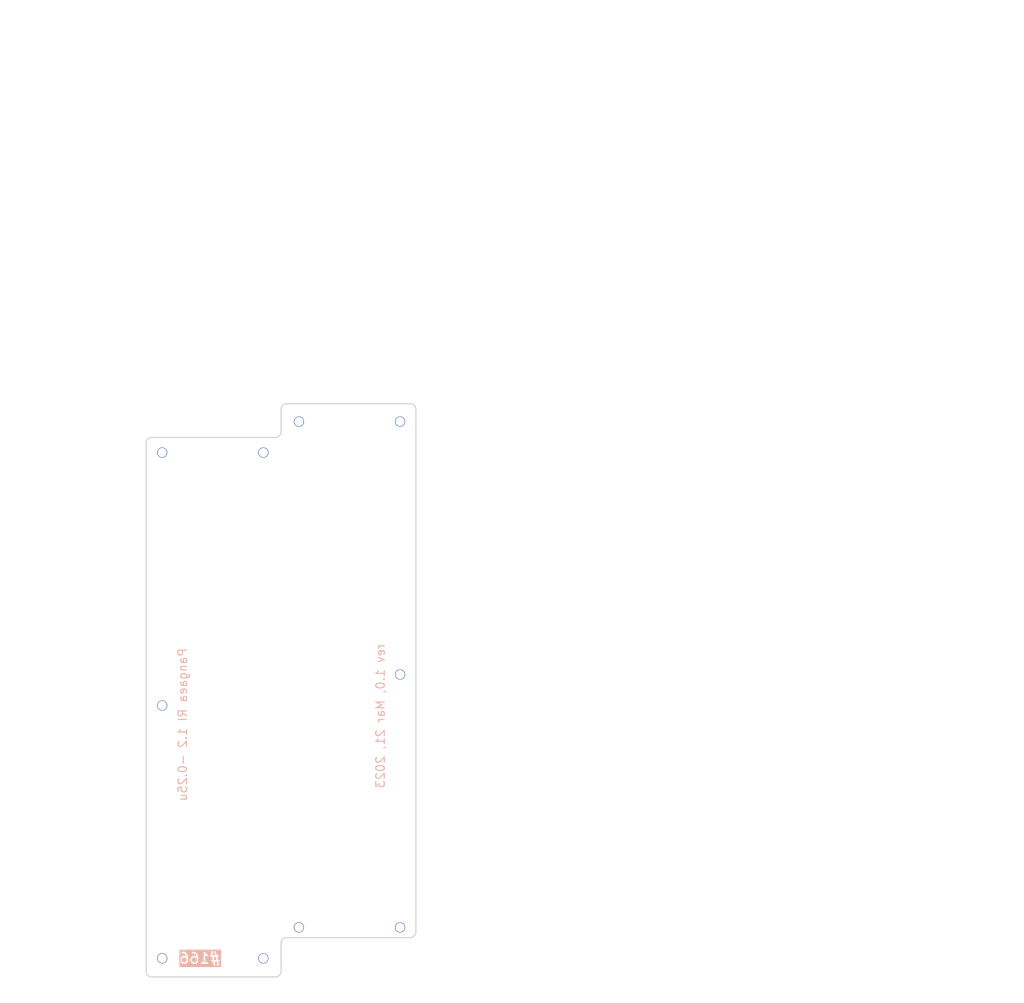
<source format=kicad_pcb>
(kicad_pcb (version 20221018) (generator pcbnew)
  (title_block (rev "1") (company "@e3w2q"))
  (layers (0 "F.Cu" signal) (31 "B.Cu" signal) (34 "B.Paste" user) (35 "F.Paste" user) (36 "B.SilkS" user "B.Silkscreen") (37 "F.SilkS" user "F.Silkscreen") (38 "B.Mask" user) (39 "F.Mask" user) (44 "Edge.Cuts" user))
  (net 0 "")
  (footprint "#footprint:M2_Hole" (layer "F.Cu") (at 87.766275 74.03)
    (fp_text reference "H14" hide)
    (fp_text value "MountingHole" hide)
    (pad "" np_thru_hole circle (at 0 0) (size 1.95 1.95) (drill 1.95) (layers "*.Cu" "*.Mask"))
  )
  (footprint "#footprint:M2_Hole" (layer "F.Cu") (at 121.1038 69.2675)
    (fp_text reference "H11" hide)
    (fp_text value "MountingHole" hide)
    (pad "" np_thru_hole circle (at 0 0) (size 1.95 1.95) (drill 1.95) (layers "*.Cu" "*.Mask"))
  )
  (footprint "" (layer "F.Cu") (at 87.65255 128.55745)
    (fp_text reference "" (at 0 0) (layer "F.SilkS") (effects (font (size 1.27 1.27))))
    (fp_text value "" (at 0 0) (layer "F.SilkS") (effects (font (size 1.27 1.27))))
    (pad "" thru_hole circle (at 0 0) (size 1.43 1.43) (drill 1.28) (layers "*.Cu" "*.Mask"))
  )
  (footprint "" (layer "F.Cu") (at 106.96005 124.17995)
    (fp_text reference "" (at 0 0) (layer "F.SilkS") (effects (font (size 1.27 1.27))))
    (fp_text value "" (at 0 0) (layer "F.SilkS") (effects (font (size 1.27 1.27))))
    (pad "" thru_hole circle (at 0 0) (size 1.43 1.43) (drill 1.28) (layers "*.Cu" "*.Mask"))
  )
  (footprint "#footprint:M1.4_tapping_Hole_rev2" (layer "F.Cu") (at 106.96 52.7425)
    (fp_text reference "H33" hide)
    (fp_text value "MountingHole" hide)
    (pad "" thru_hole circle (at 0 0) (size 1.43 1.43) (drill 1.28) (layers "*.Cu" "*.Mask"))
  )
  (footprint "#footprint:M1.4_tapping_Hole_rev2" (layer "F.Cu") (at 121.24755 52.74245)
    (fp_text reference "H35" hide)
    (fp_text value "MountingHole" hide)
    (pad "" thru_hole circle (at 0 0) (size 1.43 1.43) (drill 1.28) (layers "*.Cu" "*.Mask"))
  )
  (footprint "#footprint:M1.4_tapping_Hole_rev2" (layer "F.Cu") (at 121.24755 124.17995)
    (fp_text reference "H47" hide)
    (fp_text value "MountingHole" hide)
    (pad "" thru_hole circle (at 0 0) (size 1.43 1.43) (drill 1.28) (layers "*.Cu" "*.Mask"))
  )
  (footprint "#footprint:M1.4_tapping_Hole_rev2" (layer "F.Cu") (at 101.94 128.5575)
    (fp_text reference "H45" hide)
    (fp_text value "MountingHole" hide)
    (pad "" thru_hole circle (at 0 0) (size 1.43 1.43) (drill 1.28) (layers "*.Cu" "*.Mask"))
  )
  (footprint "#footprint:M1.4_tapping_Hole_rev2" (layer "F.Cu") (at 121.247758 88.46137)
    (fp_text reference "H123" hide)
    (fp_text value "MountingHole" hide)
    (pad "" thru_hole circle (at 0 0) (size 1.43 1.43) (drill 1.28) (layers "*.Cu" "*.Mask"))
  )
  (footprint "#footprint:M1.4_tapping_Hole_rev2" (layer "F.Cu") (at 101.94 57.12)
    (fp_text reference "H32" hide)
    (fp_text value "MountingHole" hide)
    (pad "" thru_hole circle (at 0 0) (size 1.43 1.43) (drill 1.28) (layers "*.Cu" "*.Mask"))
  )
  (footprint "#footprint:M2_Hole" (layer "F.Cu") (at 87.766275 112.13)
    (fp_text reference "H13" hide)
    (fp_text value "MountingHole" hide)
    (pad "" np_thru_hole circle (at 0 0) (size 1.95 1.95) (drill 1.95) (layers "*.Cu" "*.Mask"))
  )
  (footprint "#footprint:M2_Hole" (layer "F.Cu") (at 121.1038 107.3675)
    (fp_text reference "H12" hide)
    (fp_text value "MountingHole" hide)
    (pad "" np_thru_hole circle (at 0 0) (size 1.95 1.95) (drill 1.95) (layers "*.Cu" "*.Mask"))
  )
  (footprint "" (layer "F.Cu") (at 87.65255 57.11995)
    (fp_text reference "" (at 0 0) (layer "F.SilkS") (effects (font (size 1.27 1.27))))
    (fp_text value "" (at 0 0) (layer "F.SilkS") (effects (font (size 1.27 1.27))))
    (pad "" thru_hole circle (at 0 0) (size 1.43 1.43) (drill 1.28) (layers "*.Cu" "*.Mask"))
  )
  (footprint "" (layer "F.Cu") (at 87.6525 92.83875)
    (fp_text reference "" (at 0 0) (layer "F.SilkS") (effects (font (size 1.27 1.27))))
    (fp_text value "" (at 0 0) (layer "F.SilkS") (effects (font (size 1.27 1.27))))
    (pad "" thru_hole circle (at 0 0) (size 1.43 1.43) (drill 1.28) (layers "*.Cu" "*.Mask"))
  )
  (gr_arc (start 86.17875 131.18) (mid 85.617486 130.947514) (end 85.385 130.38625) (stroke (width 0.15)) (layer "Edge.Cuts"))
  (gr_arc (start 104.439156 130.378742) (mid 104.20936 130.939986) (end 103.651972 131.178983) (stroke (width 0.15)) (layer "Edge.Cuts"))
  (gr_arc (start 104.435 51.01125) (mid 104.667504 50.450004) (end 105.22875 50.2175) (stroke (width 0.15)) (layer "Edge.Cuts"))
  (gr_line (start 104.439156 130.378742) (end 104.436891 126.416266) (stroke (width 0.15)) (layer "Edge.Cuts"))
  (gr_line (start 85.385 55.77375) (end 85.385 130.38625) (stroke (width 0.15)) (layer "Edge.Cuts"))
  (gr_line (start 103.651972 131.178983) (end 86.17875 131.18) (stroke (width 0.15)) (layer "Edge.Cuts"))
  (gr_arc (start 104.435 54.18625) (mid 104.202486 54.747486) (end 103.64125 54.98) (stroke (width 0.15)) (layer "Edge.Cuts"))
  (gr_line (start 103.64125 54.98) (end 86.17875 54.98) (stroke (width 0.15)) (layer "Edge.Cuts"))
  (gr_line (start 104.435 51.01125) (end 104.435 54.18625) (stroke (width 0.15)) (layer "Edge.Cuts"))
  (gr_line (start 105.230641 125.622516) (end 122.69125 125.62375) (stroke (width 0.15)) (layer "Edge.Cuts"))
  (gr_line (start 123.485 51.01125) (end 123.485 124.83) (stroke (width 0.15)) (layer "Edge.Cuts"))
  (gr_arc (start 104.436891 126.416266) (mid 104.669385 125.85501) (end 105.230641 125.622516) (stroke (width 0.15)) (layer "Edge.Cuts"))
  (gr_arc (start 122.69125 50.2175) (mid 123.252539 50.449961) (end 123.485 51.01125) (stroke (width 0.15)) (layer "Edge.Cuts"))
  (gr_arc (start 85.385 55.77375) (mid 85.617504 55.212504) (end 86.17875 54.98) (stroke (width 0.15)) (layer "Edge.Cuts"))
  (gr_line (start 122.69125 50.2175) (end 105.22875 50.2175) (stroke (width 0.15)) (layer "Edge.Cuts"))
  (gr_arc (start 123.485 124.83) (mid 123.25251 125.39126) (end 122.69125 125.62375) (stroke (width 0.15)) (layer "Edge.Cuts"))
  (gr_text "Pangaea RI 1.2 -0.25u" (at 90.54 95.55 90) (layer "B.SilkS") (effects (font (size 1.2 1.2)) (justify mirror)))
  (gr_text "#166" (at 92.95 128.55) (layer "B.SilkS" knockout) (effects (font (size 1.5 1.5) (thickness 0.2)) (justify mirror)))
  (gr_text "rev 1.0, Mar 21, 2023" (at 118.47 94.33 90) (layer "B.SilkS") (effects (font (size 1.2 1.2)) (justify mirror)))
)
</source>
